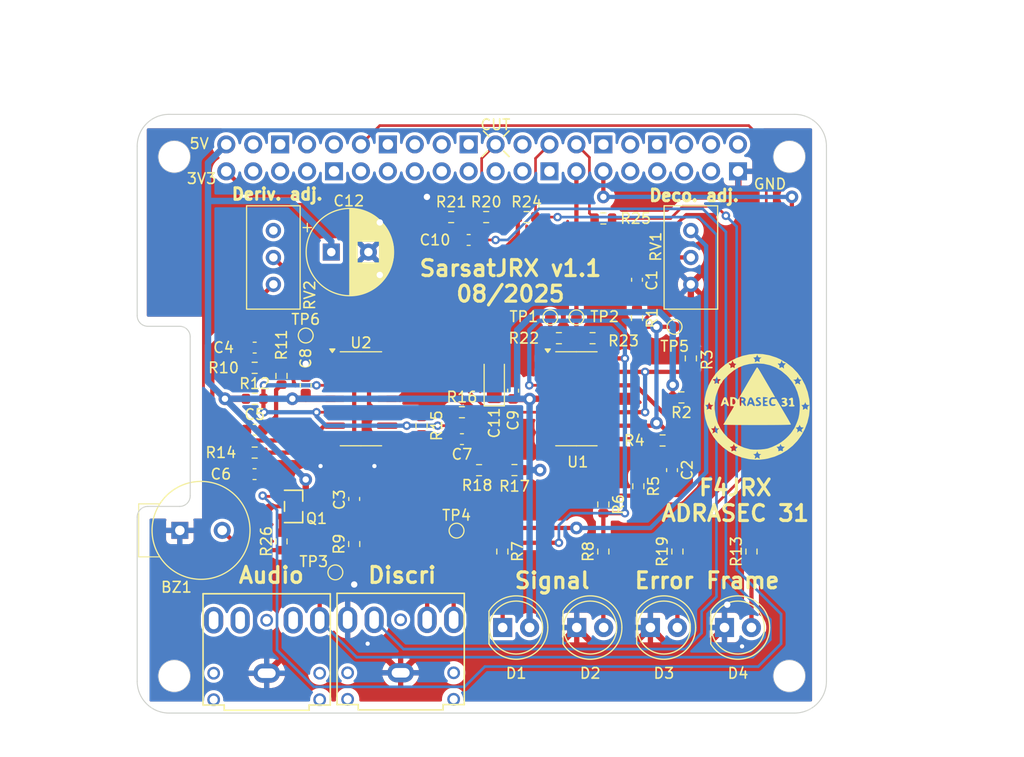
<source format=kicad_pcb>
(kicad_pcb (version 20241229) (generator "pcbnew") (generator_version "9.0")
  (layers (0 "F.Cu" signal) (2 "B.Cu" signal) (13 "F.Paste" user) (15 "B.Paste" user) (5 "F.SilkS" user "F.Silkscreen") (7 "B.SilkS" user "B.Silkscreen") (1 "F.Mask" user) (3 "B.Mask" user) (25 "Edge.Cuts" user))
  (net 0 "")
  (net 1 "Net-(C1-Pad1)")
  (net 2 "Net-(C1-Pad2)")
  (net 3 "Net-(C2-Pad2)")
  (net 4 "Net-(D1-K)")
  (net 5 "+5V")
  (net 6 "GND")
  (net 7 "Net-(D2-A)")
  (net 10 "Net-(U2A--)")
  (net 11 "Net-(D4-A)")
  (net 12 "Net-(U1A--)")
  (net 13 "Net-(U1D-+)")
  (net 14 "Net-(U1A-+)")
  (net 15 "Net-(C3-Pad2)")
  (net 16 "Net-(C4-Pad2)")
  (net 17 "Net-(U2B--)")
  (net 18 "Net-(C5-Pad2)")
  (net 19 "Net-(C6-Pad2)")
  (net 20 "Net-(U2A-+)")
  (net 22 "Net-(BZ1--)")
  (net 23 "Net-(J3-IO34)")
  (net 24 "Net-(HEADPHONES2-PadT)")
  (net 26 "Net-(D3-A)")
  (net 27 "Net-(U2C-+)")
  (net 28 "Net-(U1C--)")
  (net 29 "Net-(C10-Pad2)")
  (net 30 "Net-(HEADPHONES2-PadTN)")
  (net 31 "Net-(U1B-+)")
  (net 32 "Net-(U1B--)")
  (net 33 "Net-(U2D--)")
  (net 35 "Net-(J3-IO25)")
  (net 42 "Net-(J3-IO39)")
  (net 46 "Net-(J3-IO4)")
  (net 52 "Net-(J3-IO26)")
  (net 60 "+3.3V")
  (net 62 "Net-(J3-IO33)")
  (net 70 "Net-(Q1-B)")
  (net 72 "Net-(Q1-E)")
  (net 73 "Net-(R22-Pad2)")
  (footprint "Potentiometer_THT:Potentiometer_Bourns_3296W_Vertical" (layer "F.Cu") (at 164.565 72.12 90)
    (property "Reference" "RV1")
    (property "Value" "10k")
  )
  (footprint "Resistor_SMD:R_0603_1608Metric" (layer "F.Cu") (at 146.79 102.41 -90)
    (property "Reference" "R7")
    (property "Value" "1K")
  )
  (footprint "Resistor_SMD:R_0603_1608Metric" (layer "F.Cu") (at 141.964 70.85)
    (property "Reference" "R21")
    (property "Value" "100K")
  )
  (footprint "LED_THT:LED_D5.0mm" (layer "F.Cu") (at 160.755 109.585)
    (property "Reference" "D3")
    (property "Value" "LED")
  )
  (footprint "Resistor_SMD:R_0603_1608Metric" (layer "F.Cu") (at 123.435 93.075)
    (property "Reference" "R14")
    (property "Value" "6.8K")
  )
  (footprint "Resistor_SMD:R_0603_1608Metric" (layer "F.Cu") (at 145.266 70.85)
    (property "Reference" "R20")
    (property "Value" "100K")
  )
  (footprint "Resistor_SMD:R_0603_1608Metric" (layer "F.Cu") (at 139.17 90.535 -90)
    (property "Reference" "R15")
    (property "Value" "1.2M")
  )
  (footprint "Resistor_SMD:R_0603_1608Metric" (layer "F.Cu") (at 156.315 70.977 180)
    (property "Reference" "R25")
    (property "Value" "51")
  )
  (footprint "Resistor_SMD:R_0603_1608Metric" (layer "F.Cu") (at 170.285 102.41 90)
    (property "Reference" "R13")
    (property "Value" "220")
  )
  (footprint "Capacitor_SMD:C_0603_1608Metric" (layer "F.Cu") (at 123.435 83.169)
    (property "Reference" "C4")
    (property "Value" "220pF")
  )
  (footprint "Capacitor_SMD:C_0603_1608Metric" (layer "F.Cu") (at 147.806 87.233 90)
    (property "Reference" "C9")
    (property "Value" "100nF")
  )
  (footprint "TestPoint:TestPoint_Pad_D1.0mm" (layer "F.Cu") (at 163.035497 81.210527)
    (property "Reference" "TP5")
    (property "Value" "~")
  )
  (footprint "Resistor_SMD:R_0603_1608Metric" (layer "F.Cu") (at 149.076 70.85)
    (property "Reference" "R24")
    (property "Value" "10K")
  )
  (footprint "Capacitor_SMD:C_0603_1608Metric" (layer "F.Cu") (at 159.49 76.7667 90)
    (property "Reference" "C1")
    (property "Value" "100nF")
  )
  (footprint "TestPoint:TestPoint_Pad_D1.0mm" (layer "F.Cu") (at 151.312345 80.310074)
    (property "Reference" "TP1")
    (property "Value" "~")
  )
  (footprint "Package_SO:SOIC-14_3.9x8.7mm_P1.27mm" (layer "F.Cu") (at 133.455 87.995)
    (property "Reference" "U2")
    (property "Value" "TLC2274")
  )
  (footprint "Resistor_SMD:R_0603_1608Metric" (layer "F.Cu") (at 164.57 84.185 -90)
    (property "Reference" "R3")
    (property "Value" "10K")
  )
  (footprint "Potentiometer_THT:Potentiometer_Bourns_3296W_Vertical" (layer "F.Cu") (at 125.2 77.2 -90)
    (property "Reference" "RV2")
    (property "Value" "200k")
  )
  (footprint "Resistor_SMD:R_0603_1608Metric" (layer "F.Cu") (at 152.124 82.28 180)
    (property "Reference" "R22")
    (property "Value" "1k")
  )
  (footprint "Resistor_SMD:R_0603_1608Metric" (layer "F.Cu") (at 125.962 85.836 -90)
    (property "Reference" "R11")
    (property "Value" "10k")
  )
  (footprint "Resistor_SMD:R_0603_1608Metric" (layer "F.Cu") (at 142.98 89.265)
    (property "Reference" "R16")
    (property "Value" "10K")
  )
  (footprint "Buzzer:MagneticBuzzer_PUI_AT-0927-TT-6-R-side-horn" (layer "F.Cu") (at 116.375167 100.413272)
    (property "Reference" "BZ1")
    (property "Value" "Buzzer")
  )
  (footprint "Capacitor_SMD:C_0603_1608Metric" (layer "F.Cu") (at 123.435 90.916)
    (property "Reference" "C5")
    (property "Value" "10nF")
  )
  (footprint "footprints:PJ-307" (layer "F.Cu") (at 124.565 110.895 90)
    (property "Reference" "HEADPHONES1" (hide yes))
    (property "Value" "AudioJack3_SwitchTR")
  )
  (footprint "j3y:SOT-23-3_L3.0-W1.7-P0.95-LS2.9-BR" (layer "F.Cu") (at 127.105 98.155 180)
    (property "Reference" "Q1")
    (property "Value" "S8050")
  )
  (footprint "Resistor_SMD:R_0603_1608Metric" (layer "F.Cu") (at 155.299 82.28 180)
    (property "Reference" "R23")
    (property "Value" "2k")
  )
  (footprint "RPI_Hat:RPI_Hat_B+" (layer "F.Cu") (at 144.855 65.154)
    (property "Reference" "J3" (hide yes))
    (property "Value" "LilyPi GPIO Header")
    (fp_line (start -32.5 -1) (end -32.5 15) (stroke (width 0.1)) (layer "Edge.Cuts"))
    (fp_line (start -32.5 34) (end -32.5 49.5) (stroke (width 0.1)) (layer "Edge.Cuts"))
    (fp_line (start -31.5 16) (end -28.5 16) (stroke (width 0.1)) (layer "Edge.Cuts"))
    (fp_line (start -31.5 33) (end -28.5 33) (stroke (width 0.1)) (layer "Edge.Cuts"))
    (fp_line (start -29.5 -4) (end 29.5 -4) (stroke (width 0.1)) (layer "Edge.Cuts"))
    (fp_line (start -29.5 52.5) (end 29.5 52.5) (stroke (width 0.1)) (layer "Edge.Cuts"))
    (fp_line (start -27.5 17) (end -27.5 32) (stroke (width 0.1)) (layer "Edge.Cuts"))
    (fp_line (start 32.5 -1) (end 32.5 49.5) (stroke (width 0.1)) (layer "Edge.Cuts"))
    (fp_arc (start -32.5 -1) (mid -31.62132 -3.12132) (end -29.5 -4) (stroke (width 0.1)) (layer "Edge.Cuts"))
    (fp_arc (start -32.5 34) (mid -32.207107 33.292893) (end -31.5 33) (stroke (width 0.1)) (layer "Edge.Cuts"))
    (fp_arc (start -31.5 16) (mid -32.207107 15.707107) (end -32.5 15) (stroke (width 0.1)) (layer "Edge.Cuts"))
    (fp_arc (start -29.5 52.5) (mid -31.62132 51.62132) (end -32.5 49.5) (stroke (width 0.1)) (layer "Edge.Cuts"))
    (fp_arc (start -28.5 16) (mid -27.792893 16.292893) (end -27.5 17) (stroke (width 0.1)) (layer "Edge.Cuts"))
    (fp_arc (start -27.5 32) (mid -27.792893 32.707107) (end -28.5 33) (stroke (width 0.1)) (layer "Edge.Cuts"))
    (fp_arc (start 29.5 -4) (mid 31.62132 -3.12132) (end 32.5 -1) (stroke (width 0.1)) (layer "Edge.Cuts"))
    (fp_arc (start 32.5 49.5) (mid 31.62132 51.62132) (end 29.5 52.5) (stroke (width 0.1)) (layer "Edge.Cuts"))
    (fp_circle (center -29 0) (end -30.500001 -0.000001) (stroke (width 0.05)) (fill no) (layer "Edge.Cuts"))
    (fp_circle (center -29 49) (end -30.500001 49.000001) (stroke (width 0.05)) (fill no) (layer "Edge.Cuts"))
    (fp_circle (center 29 0) (end 30.500001 -0.000001) (stroke (width 0.05)) (fill no) (layer "Edge.Cuts"))
    (fp_circle (center 29 49) (end 30.500001 49.000001) (stroke (width 0.05)) (fill no) (layer "Edge.Cuts"))
  )
  (footprint "TestPoint:TestPoint_Pad_D1.0mm" (layer "F.Cu") (at 153.775 80.312941)
    (property "Reference" "TP2")
    (property "Value" "~")
  )
  (footprint "Package_SO:SOIC-14_3.9x8.7mm_P1.27mm" (layer "F.Cu") (at 153.775 87.995)
    (property "Reference" "U1")
    (property "Value" "TLC2274")
  )
  (footprint "Capacitor_SMD:C_0603_1608Metric" (layer "F.Cu") (at 162.792 94.726 -90)
    (property "Reference" "C2")
    (property "Value" "220pF")
  )
  (footprint "LED_THT:LED_D5.0mm" (layer "F.Cu") (at 146.8201 109.585)
    (property "Reference" "D1")
    (property "Value" "LED")
  )
  (footprint "Resistor_SMD:R_0603_1608Metric" (layer "F.Cu") (at 132.82 101.7045 90)
    (property "Reference" "R9")
    (property "Value" "10K")
  )
  (footprint "Capacitor_SMD:C_0603_1608Metric" (layer "F.Cu") (at 123.422 95.107)
    (property "Reference" "C6")
    (property "Value" "220pF")
  )
  (footprint "LED_THT:LED_D5.0mm" (layer "F.Cu") (at 167.74 109.585)
    (property "Reference" "D4")
    (property "Value" "LED")
  )
  (footprint "Capacitor_THT:CP_Radial_D8.0mm_P3.50mm" (layer "F.Cu") (at 130.659349 74.152)
    (property "Reference" "C12")
    (property "Value" "470uF")
  )
  (footprint "Capacitor_SMD:C_0603_1608Metric" (layer "F.Cu") (at 142.98 91.805 180)
    (property "Reference" "C7")
    (property "Value" "100nF")
  )
  (footprint "Capacitor_SMD:C_0603_1608Metric" (layer "F.Cu") (at 128.248 86.725 -90)
    (property "Reference" "C8")
    (property "Value" "100nF")
  )
  (footprint "LED_THT:LED_D5.0mm" (layer "F.Cu") (at 153.8051 109.585)
    (property "Reference" "D2")
    (property "Value" "LED")
  )
  (footprint "Resistor_SMD:R_0603_1608Metric" (layer "F.Cu") (at 159.49 80.375 -90)
    (property "Reference" "R1")
    (property "Value" "10K")
  )
  (footprint "Resistor_SMD:R_0603_1608Metric" (layer "F.Cu") (at 156.315 97.965 -90)
    (property "Reference" "R6")
    (property "Value" "1M")
  )
  (footprint "Resistor_SMD:R_0603_1608Metric" (layer "F.Cu") (at 125.962 101.457 90)
    (property "Reference" "R26")
    (property "Value" "0")
  )
  (footprint "footprints:logo-adrasec-31" (layer "F.Cu") (at 170.793 88.757)
    (property "Reference" "G***" (hide yes))
    (property "Value" "LOGO" (hide yes))
  )
  (footprint "Resistor_SMD:R_0603_1608Metric" (layer "F.Cu") (at 147.933 94.726)
    (property "Reference" "R17")
    (property "Value" "10K")
  )
  (footprint "Resistor_SMD:R_0603_1608Metric" (layer "F.Cu") (at 159.617 96.25 -90)
    (property "Reference" "R5")
    (property "Value" "100K")
  )
  (footprint "TestPoint:TestPoint_Pad_D1.0mm" (layer "F.Cu") (at 128.248 82.026)
    (property "Reference" "TP6")
    (property "Value" "~")
  )
  (footprint "Capacitor_SMD:C_0603_1608Metric" (layer "F.Cu") (at 143.615 73.009)
    (property "Reference" "C10")
    (property "Value" "100nF")
  )
  (footprint "Capacitor_Tantalum_SMD:CP_EIA-3216-18_Kemet-A" (layer "F.Cu") (at 146.028 86.344 90)
    (property "Reference" "C11")
    (property "Value" "10uF")
  )
  (footprint "Resistor_SMD:R_0603_1608Metric" (layer "F.Cu") (at 123.435 87.995)
    (property "Reference" "R12")
    (property "Value" "10K")
  )
  (footprint "TestPoint:TestPoint_Pad_D1.0mm" (layer "F.Cu") (at 131.042 104.378)
    (property "Reference" "TP3")
    (property "Value" "~")
  )
  (footprint "Resistor_SMD:R_0603_1608Metric" (layer "F.Cu") (at 156.315 102.41 90)
    (property "Reference" "R8")
    (property "Value" "1K")
  )
  (footprint "footprints:PJ-307" (layer "F.Cu") (at 137.2 110.855 90)
    (property "Reference" "HEADPHONES2" (hide yes))
    (property "Value" "AudioJack3_SwitchTR")
  )
  (footprint "Capacitor_SMD:C_0603_1608Metric" (layer "F.Cu") (at 132.82 97.4495 -90)
    (property "Reference" "C3")
    (property "Value" "10nF")
  )
  (footprint "TestPoint:TestPoint_Pad_D1.0mm" (layer "F.Cu") (at 142.472 100.441)
    (property "Reference" "TP4")
    (property "Value" "~")
  )
  (footprint "Resistor_SMD:R_0603_1608Metric" (layer "F.Cu") (at 163.681 87.868 180)
    (property "Reference" "R2")
    (property "Value" "10K")
  )
  (footprint "Resistor_SMD:R_0603_1608Metric" (layer "F.Cu") (at 144.595692 94.735242 180)
    (property "Reference" "R18")
    (property "Value" "10K")
  )
  (footprint "Resistor_SMD:R_0603_1608Metric" (layer "F.Cu") (at 161.903 91.932 180)
    (property "Reference" "R4")
    (property "Value" "100K")
  )
  (footprint "Resistor_SMD:R_0603_1608Metric" (layer "F.Cu") (at 163.3 102.41 90)
    (property "Reference" "R19")
    (property "Value" "220")
  )
  (footprint "Resistor_SMD:R_0603_1608Metric" (layer "F.Cu") (at 123.435 85.074)
    (property "Reference" "R10")
    (property "Value" "6.8K")
  )
  (gr_line (start 151.3 84.185) (end 151.3 82.28) (stroke (width 0.4)) (layer "F.Cu") (net 73))
  (gr_line (start 154.41 82.28) (end 153.013 82.28) (stroke (width 0.4)) (layer "F.Cu") (net 35))
  (gr_line (start 151.3 82.28) (end 151.312345 80.310074) (stroke (width 0.4)) (layer "F.Cu") (net 73))
  (gr_line (start 153.775 66.659) (end 153.775 82.28) (stroke (width 0.4)) (layer "F.Cu") (net 35))
  (gr_line (start 142.853 70.85) (end 144.504 70.85) (stroke (width 0.2)) (layer "F.Cu") (net 23))
  (gr_line (start 145.012 62.722) (end 145.52 63.23) (stroke (width 0.15)) (layer "F.SilkS"))
  (gr_line (start 146.917 63.23) (end 147.425 62.722) (stroke (width 0.15)) (layer "F.SilkS"))
  (gr_line (start 145.393 64.627) (end 144.885 65.135) (stroke (width 0.15)) (layer "F.SilkS"))
  (gr_line (start 147.425 65.135) (end 146.917 64.627) (stroke (width 0.15)) (layer "F.SilkS"))
  (gr_text "Frame" (at 165.84 106.029 0) (layer "F.SilkS") (effects (font (size 1.5 1.5) (thickness 0.3) (bold yes)) (justify left bottom)))
  (gr_text "F4JRX\nADRASEC 31" (at 168.761 99.679 0) (layer "F.SilkS") (effects (font (size 1.5 1.5) (thickness 0.3) (bold yes)) (justify bottom)))
  (gr_text "5V" (at 117.199 64.5 0) (layer "F.SilkS") (effects (font (size 1 1)) (justify left bottom)))
  (gr_text "Deriv. adj." (at 121.136 69.326 0) (layer "F.SilkS") (effects (font (size 1.1 1.1) (thickness 0.275) (bold yes)) (justify left bottom)))
  (gr_text "Error\n" (at 159.109 106.029 0) (layer "F.SilkS") (effects (font (size 1.5 1.5) (thickness 0.3) (bold yes)) (justify left bottom)))
  (gr_text "3V3" (at 116.945 67.802 0) (layer "F.SilkS") (effects (font (size 1 1)) (justify left bottom)))
  (gr_text "SarsatJRX v1.1\n08/2025" (at 147.552 78.978 0) (layer "F.SilkS") (effects (font (size 1.5 1.5) (thickness 0.3) (bold yes)) (justify bottom)))
  (gr_text "Audio" (at 121.771 105.521 0) (layer "F.SilkS") (effects (font (size 1.5 1.5) (thickness 0.3) (bold yes)) (justify left bottom)))
  (gr_text "Deco. adj." (at 160.506 69.453 0) (layer "F.SilkS") (effects (font (size 1.1 1.1) (thickness 0.275) (bold yes)) (justify left bottom)))
  (gr_text "Signal" (at 151.489 106.029 0) (layer "F.SilkS") (effects (font (size 1.5 1.5) (thickness 0.3) (bold yes)) (justify bottom)))
  (gr_text "CUT" (at 144.631 62.722 0) (layer "F.SilkS") (effects (font (size 1 1)) (justify left bottom)))
  (gr_text "GND" (at 170.412 68.31 0) (layer "F.SilkS") (effects (font (size 1 1)) (justify left bottom)))
  (gr_text "Discri" (at 133.963 105.521 0) (layer "F.SilkS") (effects (font (size 1.5 1.5) (thickness 0.3) (bold yes)) (justify left bottom)))
  (segment (start 159.49 77.5417) (end 159.49 79.55) (width 0.4) (layer "F.Cu") (net 1))
  (segment (start 160.8217 74.66) (end 159.49 75.9917) (width 0.4) (layer "F.Cu") (net 2))
  (segment (start 164.565 74.66) (end 160.8217 74.66) (width 0.4) (layer "F.Cu") (net 2))
  (segment (start 159.617 91.932) (end 159.744 91.805) (width 0.25) (layer "F.Cu") (net 3))
  (segment (start 160.951 91.805) (end 161.078 91.932) (width 0.25) (layer "F.Cu") (net 3))
  (segment (start 162.716 95.425) (end 162.792 95.501) (width 0.25) (layer "F.Cu") (net 3))
  (segment (start 159.617 95.425) (end 162.716 95.425) (width 0.4) (layer "F.Cu") (net 3))
  (segment (start 159.744 91.805) (end 160.951 91.805) (width 0.4) (layer "F.Cu") (net 3))
  (segment (start 156.25 91.805) (end 159.744 91.805) (width 0.4) (layer "F.Cu") (net 3))
  (segment (start 159.617 95.425) (end 159.617 91.932) (width 0.4) (layer "F.Cu") (net 3))
  (segment (start 146.8201 109.427) (end 146.8201 103.2651) (width 0.4) (layer "F.Cu") (net 4))
  (segment (start 146.8201 103.2651) (end 146.79 103.235) (width 0.4) (layer "F.Cu") (net 4))
  (segment (start 128.248 87.5) (end 128.248 87.995) (width 0.3) (layer "F.Cu") (net 5))
  (segment (start 128.248 87.995) (end 130.98 87.995) (width 0.6) (layer "F.Cu") (net 5))
  (segment (start 147.806 88.008) (end 146.3395 88.008) (width 0.6) (layer "F.Cu") (net 5))
  (segment (start 147.82264 88.02464) (end 147.806 88.008) (width 0.6) (layer "F.Cu") (net 5))
  (segment (start 146.3395 88.008) (end 146.028 87.6965) (width 0.6) (layer "F.Cu") (net 5))
  (segment (start 162.856 87.868) (end 162.856 86.683852) (width 0.4) (layer "F.Cu") (net 5))
  (segment (start 128.248 98.1135) (end 128.2065 98.155) (width 0.6) (layer "F.Cu") (net 5))
  (segment (start 149.390343 87.995) (end 151.3 87.995) (width 0.6) (layer "F.Cu") (net 5))
  (segment (start 120.628 87.995) (end 122.61 87.995) (width 0.6) (layer "F.Cu") (net 5))
  (segment (start 148.758 94.726) (end 150.346 94.726) (width 0.3) (layer "F.Cu") (net 5))
  (segment (start 162.856 86.683852) (end 162.858016 86.681836) (width 0.3) (layer "F.Cu") (net 5))
  (segment (start 128.248 95.615) (end 128.248 98.1135) (width 0.6) (layer "F.Cu") (net 5))
  (segment (start 149.360703 88.02464) (end 147.82264 88.02464) (width 0.6) (layer "F.Cu") (net 5))
  (segment (start 149.360703 88.02464) (end 149.390343 87.995) (width 0.6) (layer "F.Cu") (net 5))
  (segment (start 126.987 87.995) (end 128.248 87.995) (width 0.6) (layer "F.Cu") (net 5))
  (via (at 162.858016 86.681836) (size 1.2) (drill 0.6) (layers "F.Cu" "B.Cu") (net 5))
  (via (at 150.346 94.726) (size 1.2) (drill 0.6) (layers "F.Cu" "B.Cu") (net 5))
  (via (at 120.628 87.995) (size 1.2) (drill 0.6) (layers "F.Cu" "B.Cu") (net 5))
  (via (at 149.360703 88.02464) (size 1.2) (drill 0.6) (layers "F.Cu" "B.Cu") (net 5))
  (via (at 126.987 87.995) (size 1.2) (drill 0.6) (layers "F.Cu" "B.Cu") (net 5))
  (via (at 128.248 95.615) (size 1.2) (drill 0.6) (layers "F.Cu" "B.Cu") (net 5))
  (segment (start 149.360703 88.02464) (end 149.33 88.055343) (width 0.6) (layer "B.Cu") (net 5))
  (segment (start 126.851 69.326) (end 130.659349 73.134349) (width 0.6) (layer "B.Cu") (net 5))
  (segment (start 119.034 65.724) (end 119.034 69.326) (width 0.6) (layer "B.Cu") (net 5))
  (segment (start 120.628 87.995) (end 128.248 95.615) (width 0.6) (layer "B.Cu") (net 5))
  (segment (start 161.647829 79.828) (end 162.858016 81.038187) (width 0.6) (layer "B.Cu") (net 5))
  (segment (start 149.3601 94.726) (end 149.3601 109.585) (width 0.6) (layer "B.Cu") (net 5))
  (segment (start 119.034 69.326) (end 126.851 69.326) (width 0.6) (layer "B.Cu") (net 5))
  (segment (start 148.187 81.528215) (end 149.887215 79.828) (width 0.6) (layer "B.Cu") (net 5))
  (segment (start 162.858016 81.038187) (end 162.858016 86.681836) (width 0.6) (layer "B.Cu") (net 5))
  (segment (start 149.3601 94.726) (end 150.346 94.726) (width 0.6) (layer "B.Cu") (net 5))
  (segment (start 148.187 87.995) (end 149.299997 87.995) (width 0.6) (layer "B.Cu") (net 5))
  (segment (start 149.299997 87.995) (end 149.329637 88.02464) (width 0.6) (layer "B.Cu") (net 5))
  (segment (start 119.034 86.401) (end 120.628 87.995) (width 0.6) (layer "B.Cu") (net 5))
  (segment (start 149.329637 88.02464) (end 149.360703 88.02464) (width 0.6) (layer "B.Cu") (net 5))
  (segment (start 149.3601 88.025243) (end 149.3601 94.726) (width 0.6) (layer "B.Cu") (net 5))
  (segment (start 126.987 87.995) (end 148.187 87.995) (width 0.6) (layer "B.Cu") (net 5))
  (segment (start 119.034 69.326) (end 119.034 86.401) (width 0.6) (layer "B.Cu") (net 5))
  (segment (start 149.360703 88.02464) (end 149.3601 88.025243) (width 0.6) (layer "B.Cu") (net 5))
  (segment (start 149.887215 79.828) (end 161.647829 79.828) (width 0.6) (layer "B.Cu") (net 5))
  (segment (start 120.785 63.973) (end 119.034 65.724) (width 0.6) (layer "B.Cu") (net 5))
  (segment (start 148.187 87.995) (end 148.187 81.528215) (width 0.6) (layer "B.Cu") (net 5))
  (segment (start 120.628 87.995) (end 126.987 87.995) (width 0.6) (layer "B.Cu") (net 5))
  (segment (start 130.659349 73.134349) (end 130.659349 74.152) (width 0.6) (layer "B.Cu") (net 5))
  (segment (start 146.028 84.9915) (end 146.3395 84.9915) (width 0.6) (layer "F.Cu") (net 6))
  (segment (start 158.596 111.744) (end 160.755 109.585) (width 0.6) (layer "F.Cu") (net 6))
  (segment (start 135.699 112.354) (end 126.106 112.354) (width 0.6) (layer "F.Cu") (net 6))
  (segment (start 146.3395 84.9915) (end 147.806 86.458) (width 0.6) (layer "F.Cu") (net 6))
  (segment (start 164.565 77.2) (end 164.565 83.355) (width 0.6) (layer "F.Cu") (net 6))
  (segment (start 169.045 66.513) (end 169.045 72.72) (width 0.6) (layer "F.Cu") (net 6))
  (segment (start 164.57 83.36) (end 164.194 82.984) (width 0.6) (layer "F.Cu") (net 6))
  (segment (start 126.106 112.354) (end 124.565 113.895) (width 0.6) (layer "F.Cu") (net 6))
  (segment (start 142.329496 87.314496) (end 137.806 87.314496) (width 0.6) (layer "F.Cu") (net 6))
  (segment (start 165.581 111.744) (end 167.74 109.585) (width 0.6) (layer "F.Cu") (net 6))
  (segment (start 156.124 82.981073) (end 156.126927 82.984) (width 0.6) (layer "F.Cu") (net 6))
  (segment (start 156.126927 82.984) (end 156.126927 82.282927) (width 0.6) (layer "F.Cu") (net 6))
  (segment (start 160.755 109.578001) (end 161.494 110.317001) (width 0.6) (layer "F.Cu") (net 6))
  (segment (start 164.565 83.355) (end 164.57 83.36) (width 0.6) (layer "F.Cu") (net 6))
  (segment (start 153.8051 109.585) (end 151.6461 111.744) (width 0.6) (layer "F.Cu") (net 6))
  (segment (start 169.045 72.72) (end 164.565 77.2) (width 0.6) (layer "F.Cu") (net 6))
  (segment (start 143.805 89.265) (end 143.805 88.79) (width 0.6) (layer "F.Cu") (net 6))
  (segment (start 139.311 111.744) (end 137.2 113.855) (width 0.6) (layer "F.Cu") (net 6))
  (segment (start 143.755 89.315) (end 143.805 89.265) (width 0.6) (layer "F.Cu") (net 6))
  (segment (start 143.755 91.805) (end 143.755 89.315) (width 0.6) (layer "F.Cu") (net 6))
  (segment (start 153.8051 109.585) (end 153.8051 109.591999) (width 0.6) (layer "F.Cu") (net 6))
  (segment (start 137.806 87.314496) (end 137.125496 87.995) (width 0.6) (layer "F.Cu") (net 6))
  (segment (start 153.8051 109.591999) (end 155.957101 111.744) (width 0.6) (layer "F.Cu") (net 6))
  (segment (start 162.549001 111.386) (end 162.562999 111.386) (width 0.6) (layer "F.Cu") (net 6))
  (segment (start 137.2 113.855) (end 135.699 112.354) (width 0.6) (layer "F.Cu") (net 6))
  (segment (start 143.805 88.79) (end 142.329496 87.314496) (width 0.6) (layer "F.Cu") (net 6))
  (segment (start 128.248 85.95) (end 128.248 84.693) (width 0.6) (layer "F.Cu") (net 6))
  (segment (start 164.194 82.984) (end 156.126927 82.984) (width 0.6) (layer "F.Cu") (net 6))
  (segment (start 162.920999 111.744) (end 165.581 111.744) (width 0.6) (layer "F.Cu") (net 6))
  (segment (start 151.6461 111.744) (end 139.311 111.744) (width 0.6) (layer "F.Cu") (net 6))
  (segment (start 160.755 109.585) (end 160.755 109.578001) (width 0.6) (layer "F.Cu") (net 6))
  (segment (start 155.957101 111.744) (end 158.596 111.744) (width 0.6) (layer "F.Cu") (net 6))
  (segment (start 137.125496 87.995) (end 135.93 87.995) (width 0.6) (layer "F.Cu") (net 6))
  (segment (start 161.494 110.330999) (end 162.549001 111.386) (width 0.6) (layer "F.Cu") (net 6))
  (segment (start 162.562999 111.386) (end 162.920999 111.744) (width 0.6) (layer "F.Cu") (net 6))
  (segment (start 161.494 110.317001) (end 161.494 110.330999) (width 0.6) (layer "F.Cu") (net 6))
  (segment (start 156.126927 82.282927) (end 156.124 82.28) (width 0.6) (layer "F.Cu") (net 6))
  (via (at 167.999 107.426) (size 1.2) (drill 0.6) (layers "F.Cu" "B.Cu") (net 6))
  (via (at 135.233 76.311) (size 1.2) (drill 0.6) (layers "F.Cu" "B.Cu") (net 6))
  (via (at 132.82 105.521) (size 1.2) (drill 0.6) (layers "F.Cu" "B.Cu") (net 6))
  (via (at 134.09 111.109) (size 0.8) (drill 0.4) (layers "F.Cu" "B.Cu") (net 6))
  (via (at 169.396 111.363) (size 0.8) (drill 0.4) (layers "F.Cu" "B.Cu") (net 6))
  (via (at 135.233 71.358) (size 1.2) (drill 0.6) (layers "F.Cu" "B.Cu") (net 6))
  (via (at 129.645 94.345) (size 0.8) (drill 0.4) (layers "F.Cu" "B.Cu") (net 6))
  (via (at 134.725 94.345) (size 0.8) (drill 0.4) (layers "F.Cu" "B.Cu") (net 6))
  (via (at 139.678 68.945) (size 1.2) (drill 0.6) (layers "F.Cu" "B.Cu") (net 6))
  (via (at 128.248 84.693) (size 1.2) (drill 0.6) (layers "F.Cu" "B.Cu") (net 6))
  (segment (start 129.645 94.345) (end 134.725 94.345) (width 0.6) (layer "B.Cu") (net 6))
  (segment (start 156.315 103.235) (end 156.315 109.5549) (width 0.4) (layer "F.Cu") (net 7))
  (segment (start 156.315 109.5549) (end 156.3451 109.585) (width 0.4) (layer "F.Cu") (net 7))
  (segment (start 132.82 85.455) (end 132.82 96.6745) (width 0.4) (layer "F.Cu") (net 10))
  (segment (start 123.803 82.026) (end 122.66 83.169) (width 0.4) (layer "F.Cu") (net 10))
  (segment (start 122.66 83.169) (end 122.66 85.024) (width 0.4) (layer "F.Cu") (net 10))
  (segment (start 132.82 85.455) (end 130.98 85.455) (width 0.4) (layer "F.Cu") (net 10))
  (segment (start 132.82 83.804) (end 132.82 85.455) (width 0.4) (layer "F.Cu") (net 10))
  (segment (start 131.042 82.026) (end 132.82 83.804) (width 0.4) (layer "F.Cu") (net 10))
  (segment (start 122.66 85.024) (end 122.61 85.074) (width 0.4) (layer "F.Cu") (net 10))
  (segment (start 131.042 82.026) (end 123.803 82.026) (width 0.4) (layer "F.Cu") (net 10))
  (segment (start 170.285 103.235) (end 170.285 109.58) (width 0.4) (layer "F.Cu") (net 11))
  (segment (start 170.285 109.58) (end 170.28 109.585) (width 0.25) (layer "F.Cu") (net 11))
  (segment (start 151.3 85.455) (end 156.25 85.455) (width 0.4) (layer "F.Cu") (net 12))
  (segment (start 156.25 85.455) (end 164.125 85.455) (width 0.4) (layer "F.Cu") (net 12))
  (segment (start 164.125 85.455) (end 164.57 85.01) (width 0.4) (layer "F.Cu") (net 12))
  (segment (start 156.25 89.265) (end 160.252 89.265) (width 0.4) (layer "F.Cu") (net 12))
  (segment (start 164.57 87.804) (end 164.506 87.868) (width 0.25) (layer "F.Cu") (net 12))
  (segment (start 164.57 85.01) (end 164.57 87.804) (width 0.4) (layer "F.Cu") (net 12))
  (via (at 160.252 85.455) (size 0.8) (drill 0.4) (layers "F.Cu" "B.Cu") (net 12))
  (via (at 160.252 89.265) (size 0.8) (drill 0.4) (layers "F.Cu" "B.Cu") (net 12))
  (segment (start 160.252 89.265) (end 160.252 85.455) (width 0.4) (layer "B.Cu") (net 12))
  (segment (start 163.364 97.075) (end 159.617 97.075) (width 0.4) (layer "F.Cu") (net 13))
  (segment (start 156.315 97.14) (end 159.552 97.14) (width 0.4) (layer "F.Cu") (net 13))
  (segment (start 164.57 95.869) (end 163.364 97.075) (width 0.4) (layer "F.Cu") (net 13))
  (segment (start 159.363 86.725) (end 164.57 91.932) (width 0.4) (layer "F.Cu") (net 13))
  (segment (start 159.552 97.14) (end 159.617 97.075) (width 0.25) (layer "F.Cu") (net 13))
  (segment (start 156.25 86.725) (end 159.363 86.725) (width 0.4) (layer "F.Cu") (net 13))
  (segment (start 164.57 91.932) (end 164.57 95.869) (width 0.4) (layer "F.Cu") (net 13))
  (segment (start 156.315 98.79) (end 158.347 98.79) (width 0.4) (layer "F.Cu") (net 14))
  (segment (start 150.727 101.584) (end 150.726 101.585) (width 0.4) (layer "F.Cu") (net 14))
  (segment (start 152.124 101.584) (end 150.727 101.584) (width 0.4) (layer "F.Cu") (net 14))
  (segment (start 156.315 98.79) (end 156.315 101.585) (width 0.4) (layer "F.Cu") (net 14))
  (segment (start 150.726 101.585) (end 146.79 101.585) (width 0.4) (layer "F.Cu") (net 14))
  (segment (start 149.33 86.725) (end 151.3 86.725) (width 0.25) (layer "F.Cu") (net 14))
  (segment (start 156.25 84.185) (end 158.347 84.185) (width 0.4) (layer "F.Cu") (net 14))
  (via (at 158.347 98.79) (size 0.8) (drill 0.4) (layers "F.Cu" "B.Cu") (net 14))
  (via (at 149.33 86.725) (size 0.8) (drill 0.4) (layers "F.Cu" "B.Cu") (net 14))
  (via (at 152.124 101.584) (size 0.8) (drill 0.4) (layers "F.Cu" "B.Cu") (net 14))
  (via (at 158.347 84.185) (size 0.8) (drill 0.4) (layers "F.Cu" "B.Cu") (net 14))
  (segment (start 152.124 99.933) (end 153.267 98.79) (width 0.25) (layer "B.Cu") (net 14))
  (segment (start 157.331 80.629) (end 150.219 80.629) (width 0.4) (layer "B.Cu") (net 14))
  (segment (start 153.267 98.79) (end 158.347 98.79) (width 0.25) (layer "B.Cu") (net 14))
  (segment (start 152.124 101.584) (end 152.124 99.933) (width 0.25) (layer "B.Cu") (net 14))
  (segment (start 158.347 81.645) (end 157.331 80.629) (width 0.4) (layer "B.Cu") (net 14))
  (segment (start 158.347 84.185) (end 158.347 81.645) (width 0.4) (layer "B.Cu") (net 14))
  (segment (start 149.33 81.518) (end 149.33 86.725) (width 0.4) (layer "B.Cu") (net 14))
  (segment (start 150.219 80.629) (end 149.33 81.518) (width 0.4) (layer "B.Cu") (net 14))
  (segment (start 158.347 98.79) (end 158.347 86.725) (width 0.4) (layer "B.Cu") (net 14))
  (segment (start 158.347 86.725) (end 158.347 84.185) (width 0.4) (layer "B.Cu") (net 14))
  (segment (start 132.82 100.8795) (end 132.82 98.2245) (width 0.4) (layer "F.Cu") (net 15))
  (segment (start 124.26 83.232) (end 124.197 83.169) (width 0.25) (layer "F.Cu") (net 16))
  (segment (start 124.26 85.074) (end 124.26 83.232) (width 0.25) (layer "F.Cu") (net 16))
  (segment (start 125.962 85.011) (end 127.534173 83.438827) (width 0.4) (layer "F.Cu") (net 16))
  (segment (start 124.26 85.074) (end 125.899 85.074) (width 0.4) (layer "F.Cu") (net 16))
  (segment (start 130.233827 83.438827) (end 130.98 84.185) (width 0.4) (layer "F.Cu") (net 16))
  (segment (start 127.534173 83.438827) (end 130.233827 83.438827) (width 0.4) (layer "F.Cu") (net 16))
  (segment (start 125.899 85.074) (end 125.962 85.011) (width 0.25) (layer "F.Cu") (net 16))
  (segment (start 122.66 91.932) (end 122.66 94.98) (width 0.4) (layer "F.Cu") (net 17))
  (segment (start 128.608001 91.932) (end 130.005001 90.535) (width 0.4) (layer "F.Cu") (net 17))
  (segment (start 122.66 91.932) (end 128.608001 91.932) (width 0.4) (layer "F.Cu") (net 17))
  (segment (start 122.66 90.916) (end 122.66 91.932) (width 0.4) (layer "F.Cu") (net 17))
  (segment (start 130.005001 90.535) (end 130.98 90.535) (width 0.4) (layer "F.Cu") (net 17))
  (segment (start 124.21 90.916) (end 125.454 89.672) (width 0.4) (layer "F.Cu") (net 18))
  (segment (start 125.454 87.169) (end 125.962 86.661) (width 0.4) (layer "F.Cu") (net 18))
  (segment (start 125.454 89.672) (end 125.454 87.169) (width 0.4) (layer "F.Cu") (net 18))
  (segment (start 124.26 93.075) (end 129.71 93.075) (width 0.4) (layer "F.Cu") (net 19))
  (segment (start 129.71 93.075) (end 130.98 91.805) (width 0.4) (layer "F.Cu") (net 19))
  (segment (start 119.4385 82.9615) (end 119.4385 95.6955) (width 0.4) (layer "F.Cu") (net 19))
  (segment (start 119.866 96.123) (end 123.422 96.123) (width 0.4) (layer "F.Cu") (net 19))
  (segment (start 124.26 95.044) (end 124.197 95.107) (width 0.4) (layer "F.Cu") (net 19))
  (segment (start 123.422 96.123) (end 124.197 95.348) (width 0.4) (layer "F.Cu") (net 19))
  (segment (start 119.4385 95.6955) (end 119.866 96.123) (width 0.4) (layer "F.Cu") (net 19))
  (segment (start 124.26 93.075) (end 124.26 95.044) (width 0.4) (layer "F.Cu") (net 19))
  (segment (start 124.197 95.348) (end 124.197 95.107) (width 0.4) (layer "F.Cu") (net 19))
  (segment (start 125.2 77.2) (end 119.4385 82.9615) (width 0.4) (layer "F.Cu") (net 19))
  (segment (start 124.26 87.995) (end 124.26 86.776) (width 0.4) (layer "F.Cu") (net 20))
  (segment (start 130.98 89.265) (end 129.264 89.265) (width 0.25) (layer "F.Cu") (net 20))
  (segment (start 142.155 91.755) (end 142.205 91.805) (width 0.25) (layer "F.Cu") (net 20))
  (segment (start 142.155 90.535) (end 142.155 91.755) (width 0.25) (layer "F.Cu") (net 20))
  (segment (start 140.694 90.535) (end 142.155 90.535) (width 0.25) (layer "F.Cu") (net 20))
  (segment (start 135.93 90.535) (end 137.773 90.535) (width 0.25) (layer "F.Cu") (net 20))
  (segment (start 124.26 89.214) (end 124.311 89.265) (width 0.25) (layer "F.Cu") (net 20))
  (segment (start 142.155 89.265) (end 142.155 90.535) (width 0.25) (layer "F.Cu") (net 20))
  (segment (start 124.26 86.776) (end 124.311 86.725) (width 0.25) (layer "F.Cu") (net 20))
  (segment (start 124.26 87.995) (end 124.26 89.214) (width 0.4) (layer "F.Cu") (net 20))
  (segment (start 130.98 86.725) (end 129.264 86.725) (width 0.25) (layer "F.Cu") (net 20))
  (via (at 137.773 90.535) (size 0.8) (drill 0.4) (layers "F.Cu" "B.Cu") (net 20))
  (via (at 140.694 90.535) (size 0.8) (drill 0.4) (layers "F.Cu" "B.Cu") (net 20))
  (via (at 129.264 89.265) (size 0.8) (drill 0.4) (layers "F.Cu" "B.Cu") (net 20))
  (via (at 124.311 89.265) (size 0.8) (drill 0.4) (layers "F.Cu" "B.Cu") (net 20))
  (via (at 129.264 86.725) (size 0.8) (drill 0.4) (layers "F.Cu" "B.Cu") (net 20))
  (via (at 124.311 86.725) (size 0.8) (drill 0.4) (layers "F.Cu" "B.Cu") (net 20))
  (segment (start 130.153 90.535) (end 137.773 90.535) (width 0.4) (layer "B.Cu") (net 20))
  (segment (start 129.264 89.265) (end 124.311 89.265) (width 0.4) (layer "B.Cu") (net 20))
  (segment (start 124.311 86.725) (end 129.264 86.725) (width 0.4) (layer "B.Cu") (net 20))
  (segment (start 129.264 89.265) (end 129.264 89.646) (width 0.25) (layer "B.Cu") (net 20))
  (segment (start 129.264 89.646) (end 130.153 90.535) (width 0.4) (layer "B.Cu") (net 20))
  (segment (start 137.773 90.535) (end 140.694 90.535) (width 0.4) (layer "B.Cu") (net 20))
  (segment (start 122.243895 102.282) (end 120.375167 100.413272) (width 0.4) (layer "F.Cu") (net 22))
  (segment (start 125.962 102.282) (end 122.243895 102.282) (width 0.4) (layer "F.Cu") (net 22))
  (segment (start 144.841 65.306) (end 144.841 70.45) (width 0.25) (layer "F.Cu") (net 23))
  (segment (start 142.789 72.958) (end 142.84 73.009) (width 0.25) (layer "F.Cu") (net 23))
  (segment (start 146.155 63.992) (end 144.841 65.306) (width 0.25) (layer "F.Cu") (net 23))
  (segment (start 142.789 70.85) (end 142.789 72.958) (width 0.25) (layer "F.Cu") (net 23))
  (segment (start 144.841 70.45) (end 144.441 70.85) (width 0.25) (layer "F.Cu") (net 23))
  (segment (start 153.775 100.187) (end 142.853 100.187) (width 0.4) (layer "F.Cu") (net 24))
  (segment (start 142.853 100.187) (end 142.2 100.84) (width 0.4) (layer "F.Cu") (net 24))
  (segment (start 142.2 100.84) (end 142.2 108.855) (width 0.4) (layer "F.Cu") (net 24))
  (via (at 153.775 100.187) (size 1.2) (drill 0.6) (layers "F.Cu" "B.Cu") (net 24))
  (segment (start 160.76 100.187) (end 166.011 94.936) (width 0.4) (layer "B.Cu") (net 24))
  (segment (start 166.011 73.566) (end 164.565 72.12) (width 0.4) (layer "B.Cu") (net 24))
  (segment (start 166.011 94.936) (end 166.011 73.566) (width 0.4) (layer "B.Cu") (net 24))
  (segment (start 153.775 100.187) (end 160.76 100.187) (width 0.4) (layer "B.Cu") (net 24))
  (segment (start 163.3 103.235) (end 163.3 109.58) (width 0.4) (layer "F.Cu") (net 26))
  (segment (start 163.3 109.58) (end 163.295 109.585) (width 0.25) (layer "F.Cu") (net 26))
  (segment (start 134.217 83.677) (end 125.2 74.66) (width 0.4) (layer "F.Cu") (net 27))
  (segment (start 138.725 89.265) (end 139.17 89.71) (width 0.4) (layer "F.Cu") (net 27))
  (segment (start 135.93 89.265) (end 138.725 89.265) (width 0.4) (layer "F.Cu") (net 27))
  (segment (start 135.93 89.265) (end 134.981992 89.265) (width 0.4) (layer "F.Cu") (net 27))
  (segment (start 134.981992 89.265) (end 134.217 88.500008) (width 0.4) (layer "F.Cu") (net 27))
  (segment (start 134.217 88.500008) (end 134.217 83.677) (width 0.4) (layer "F.Cu") (net 27))
  (segment (start 161.326679 81.205321) (end 163.030291 81.205321) (width 0.4) (layer "F.Cu") (net 28))
  (segment (start 162.792 91.996) (end 162.728 91.932) (width 0.4) (layer "F.Cu") (net 28))
  (segment (start 159.49 81.2) (end 161.321359 81.2) (width 0.4) (layer "F.Cu") (net 28))
  (segment (start 161.526321 90.285321) (end 162.728 91.487) (width 0.4) (layer "F.Cu") (net 28))
  (segment (start 161.321359 81.2) (end 161.326679 81.205321) (width 0.4) (layer "F.Cu") (net 28))
  (segment (start 161.331 90.285321) (end 161.526321 90.285321) (width 0.4) (layer "F.Cu") (net 28))
  (segment (start 161.326679 90.281) (end 161.072679 90.535) (width 0.4) (layer "F.Cu") (net 28))
  (segment (start 163.030291 81.205321) (end 163.035497 81.210527) (width 0.4) (layer "F.Cu") (net 28))
  (segment (start 161.072679 90.535) (end 156.25 90.535) (width 0.4) (layer "F.Cu") (net 28))
  (segment (start 162.792 93.951) (end 162.792 91.996) (width 0.4) (layer "F.Cu") (net 28))
  (segment (start 162.728 91.487) (end 162.728 91.932) (width 0.4) (layer "F.Cu") (net 28))
  (segment (start 161.326679 90.281) (end 161.331 90.285321) (width 0.4) (layer "F.Cu") (net 28))
  (via (at 161.326679 81.205321) (size 1.2) (drill 0.6) (layers "F.Cu" "B.Cu") (net 28))
  (via (at 161.326679 90.281) (size 1.2) (drill 0.6) (layers "F.Cu" "B.Cu") (net 28))
  (segment (start 161.326679 90.281) (end 161.326679 81.205321) (width 0.4) (layer "B.Cu") (net 28))
  (segment (start 129.565 105.7845) (end 132.82 102.5295) (width 0.4) (layer "F.Cu") (net 29))
  (segment (start 129.565 108.895) (end 129.565 105.7845) (width 0.4) (layer "F.Cu") (net 29))
  (segment (start 144.39 73.009) (end 146.155 73.009) (width 0.25) (layer "F.Cu") (net 29))
  (via (at 146.155 73.009) (size 0.8) (drill 0.4) (layers "F.Cu" "B.Cu") (net 29))
  (segment (start 172.063 108.823) (end 167.872 104.632) (width 0.25) (layer "B.Cu") (net 29))
  (segment (start 146.155 73.009) (end 147.298 73.009) (width 0.25) (layer "B.Cu") (net 29))
  (segment (start 133.049 112.379) (end 170.412 112.379) (width 0.25) (layer "B.Cu") (net 29))
  (segment (start 172.063 110.728) (end 172.063 108.823) (width 0.25) (layer "B.Cu") (net 29))
  (segment (start 129.565 108.895) (end 133.049 112.379) (width 0.25) (layer "B.Cu") (net 29))
  (segment (start 165.699 70.074) (end 150.233 70.074) (width 0.25) (layer "B.Cu") (net 29))
  (segment (start 167.872 72.247) (end 165.699 70.074) (width 0.25) (layer "B.Cu") (net 29))
  (segment (start 167.872 104.632) (end 167.872 72.247) (width 0.25) (layer "B.Cu") (net 29))
  (segment (start 170.412 112.379) (end 172.063 110.728) (width 0.25) (layer "B.Cu") (net 29))
  (segment (start 147.298 73.009) (end 150.233 70.074) (width 0.25) (layer "B.Cu") (net 29))
  (segment (start 139.7 108.855) (end 139.7 91.89) (width 0.4) (layer "F.Cu") (net 30))
  (segment (start 139.17 91.36) (end 138.725 91.805) (width 0.4) (layer "F.Cu") (net 30))
  (segment (start 138.725 91.805) (end 135.93 91.805) (width 0.4) (layer "F.Cu") (net 30))
  (segment (start 139.7 91.89) (end 139.17 91.36) (width 0.4) (layer "F.Cu") (net 30))
  (segment (start 146.282 94.735242) (end 147.098758 94.735242) (width 0.25) (layer "F.Cu") (net 31))
  (segment (start 145.420692 94.735242) (end 146.282 94.735242) (width 0.25) (layer "F.Cu") (net 31))
  (segment (start 136.366504 86.288496) (end 135.93 86.725) (width 0.25) (layer "F.Cu") (net 31))
  (segment (start 145.575504 89.265) (end 146.282 89.265) (width 0.25) (layer "F.Cu") (net 31))
  (segment (start 147.098758 94.735242) (end 147.108 94.726) (width 0.25) (layer "F.Cu") (net 31))
  (segment (start 142.599 86.288496) (end 136.366504 86.288496) (width 0.25) (layer "F.Cu") (net 31))
  (segment (start 146.282 94.735242) (end 146.282 89.265) (width 0.25) (layer "F.Cu") (net 31))
  (segment (start 146.282 89.265) (end 151.3 89.265) (width 0.25) (layer "F.Cu") (net 31))
  (segment (start 142.599 86.288496) (end 145.575504 89.265) (width 0.25) (layer "F.Cu") (net 31))
  (segment (start 151.3 90.535) (end 151.3 91.805) (width 0.25) (layer "F.Cu") (net 32))
  (segment (start 135.93 84.185) (end 135.93 85.455) (width 0.25) (layer "F.Cu") (net 33))
  (segment (start 151.235 63.992) (end 149.921 65.306) (width 0.25) (layer "F.Cu") (net 42))
  (segment (start 149.901 70.85) (end 151.997 70.85) (width 0.25) (layer "F.Cu") (net 42))
  (segment (start 149.921 70.576) (end 149.647 70.85) (width 0.25) (layer "F.Cu") (net 42))
  (segment (start 149.921 65.306) (end 149.921 70.576) (width 0.25) (layer "F.Cu") (net 42))
  (via (at 151.997 70.85) (size 0.8) (drill 0.4) (layers "F.Cu" "B.Cu") (net 42))
  (segment (start 166.983 72.501) (end 166.983 106.664) (width 0.25) (layer "B.Cu") (net 42))
  (segment (start 166.983 106.664) (end 165.586 108.061) (width 0.25) (layer "B.Cu") (net 42))
  (segment (start 164.062 111.617) (end 137.462 111.617) (width 0.25) (layer "B.Cu") (net 42))
  (segment (start 165.586 108.061) (end 165.586 110.093) (width 0.25) (layer "B.Cu") (net 42))
  (segment (start 165.332 70.85) (end 166.983 72.501) (width 0.25) (layer "B.Cu") (net 42))
  (segment (start 165.586 110.093) (end 164.062 111.617) (width 0.25) (layer "B.Cu") (net 42))
  (segment (start 151.997 70.85) (end 165.332 70.85) (width 0.25) (layer "B.Cu") (net 42))
  (segment (start 137.462 111.617) (end 134.7 108.855) (width 0.25) (layer "B.Cu") (net 42))
  (segment (start 170.031 62.214) (end 135.233 62.214) (width 0.25) (layer "F.Cu") (net 46))
  (segment (start 163.3 101.585) (end 171.682 93.203) (width 0.25) (layer "F.Cu") (net 46))
  (segment (start 135.233 62.214) (end 133.455 63.992) (width 0.25) (layer "F.Cu") (net 46))
  (segment (start 171.682 63.865) (end 170.031 62.214) (width 0.25) (layer "F.Cu") (net 46))
  (segment (start 171.682 93.203) (end 171.682 63.865) (width 0.25) (layer "F.Cu") (net 46))
  (segment (start 174.095 97.775) (end 170.285 101.585) (width 0.4) (layer "F.Cu") (net 52))
  (segment (start 156.315 66.532) (end 156.315 68.945) (width 0.4) (layer "F.Cu") (net 52))
  (segment (start 174.095 68.945) (end 174.095 97.775) (width 0.4) (layer "F.Cu") (net 52))
  (via (at 174.095 68.945) (size 1.2) (drill 0.6) (layers "F.Cu" "B.Cu") (net 52))
  (via (at 156.315 68.945) (size 1.2) (drill 0.6) (layers "F.Cu" "B.Cu") (net 52))
  (segment (start 156.315 68.945) (end 174.095 68.945) (width 0.4) (layer "B.Cu") (net 52))
  (segment (start 141.964 74.279) (end 146.536 74.279) (width 0.4) (layer "F.Cu") (net 60))
  (segment (start 146.536 74.279) (end 148.251 72.564) (width 0.4) (layer "F.Cu") (net 60))
  (segment (start 120.755 66.532) (end 123.041 68.818) (width 0.4) (layer "F.Cu") (net 60))
  (segment (start 123.041 68.818) (end 136.503 68.818) (width 0.4) (layer "F.Cu") (net 60))
  (segment (start 136.503 68.818) (end 141.964 74.279) (width 0.4) (layer "F.Cu") (net 60))
  (segment (start 148.251 72.564) (end 148.251 70.85) (width 0.4) (layer "F.Cu") (net 60))
  (segment (start 146.091 70.85) (end 148.251 70.85) (width 0.4) (layer "F.Cu") (net 60))
  (segment (start 155.001 70.488) (end 155.49 70.977) (width 0.25) (layer "F.Cu") (net 62))
  (segment (start 155.001 65.218) (end 155.001 70.488) (width 0.25) (layer "F.Cu") (net 62))
  (segment (start 153.775 63.992) (end 155.001 65.218) (width 0.25) (layer "F.Cu") (net 62))
  (segment (start 162.665 70.977) (end 163.808 69.834) (width 0.25) (layer "F.Cu") (net 70))
  (segment (start 157.14 70.977) (end 162.665 70.977) (width 0.25) (layer "F.Cu") (net 70))
  (segment (start 124.25 97.205) (end 124.184 97.139) (width 0.25) (layer "F.Cu") (net 70))
  (segment (start 126.0035 97.205) (end 124.25 97.205) (width 0.25) (layer "F.Cu") (net 70))
  (segment (start 163.808 69.834) (end 166.983 69.834) (width 0.25) (layer "F.Cu") (net 70))
  (segment (start 166.983 69.834) (end 167.872 70.723) (width 0.25) (layer "F.Cu") (net 70))
  (via (at 124.184 97.139) (size 0.8) (drill 0.4) (layers "F.Cu" "B.Cu") (net 70))
  (via (at 167.872 70.723) (size 0.8) (drill 0.4) (layers "F.Cu" "B.Cu") (net 70))
  (segment (start 129.018 115.181) (end 143.226 115.181) (width 0.25) (layer "B.Cu") (net 70))
  (segment (start 168.888 104.124) (end 168.888 71.739) (width 0.25) (layer "B.Cu") (net 70))
  (segment (start 125.541 111.704) (end 129.018 115.181) (width 0.25) (layer "B.Cu") (net 70))
  (segment (start 173.079 108.315) (end 168.888 104.124) (width 0.25) (layer "B.Cu") (net 70))
  (segment (start 124.184 97.139) (end 125.541 98.496) (width 0.25) (layer "B.Cu") (net 70))
  (segment (start 125.541 98.496) (end 125.541 111.704) (width 0.25) (layer "B.Cu") (net 70))
  (segment (start 170.92 113.268) (end 173.079 111.109) (width 0.25) (layer "B.Cu") (net 70))
  (segment (start 173.079 111.109) (end 173.079 108.315) (width 0.25) (layer "B.Cu") (net 70))
  (segment (start 143.226 115.181) (end 145.139 113.268) (width 0.25) (layer "B.Cu") (net 70))
  (segment (start 168.888 71.739) (end 167.872 70.723) (width 0.25) (layer "B.Cu") (net 70))
  (segment (start 145.139 113.268) (end 170.92 113.268) (width 0.25) (layer "B.Cu") (net 70))
  (segment (start 125.962 100.632) (end 125.962 99.1465) (width 0.5) (layer "F.Cu") (net 72))
  (segment (start 125.962 99.1465) (end 126.0035 99.105) (width 0.4) (layer "F.Cu") (net 72))
  (zone (net 6) (net_name "GND") (layer "F.Cu") (connect_pads (clearance 0.5)) (min_thickness 0.25) (fill yes (thermal_gap 0.5) (thermal_bridge_width 0.5))
    (polygon (pts (xy 176 62.468) (xy 176 116.57) (xy 113.516 116.57) (xy 113.516 99.298) (xy 118.469 99.298) (xy 118.469 80.248) (xy 113.262 80.248) (xy 113.262 62.468)))
  )
  (zone (net 6) (net_name "GND") (layer "B.Cu") (name "Bottom Ground Plane") (priority 1) (connect_pads (clearance 0)) (min_thickness 0.25) (fill yes (thermal_gap 0.5) (thermal_bridge_width 0.5))
    (polygon (pts (xy 113.262 62.468) (xy 176 62.468) (xy 176 116.57) (xy 113.516 116.57) (xy 113.516 99.298) (xy 118.469 99.298) (xy 118.469 80.248) (xy 113.262 80.248)))
  )
)
</source>
